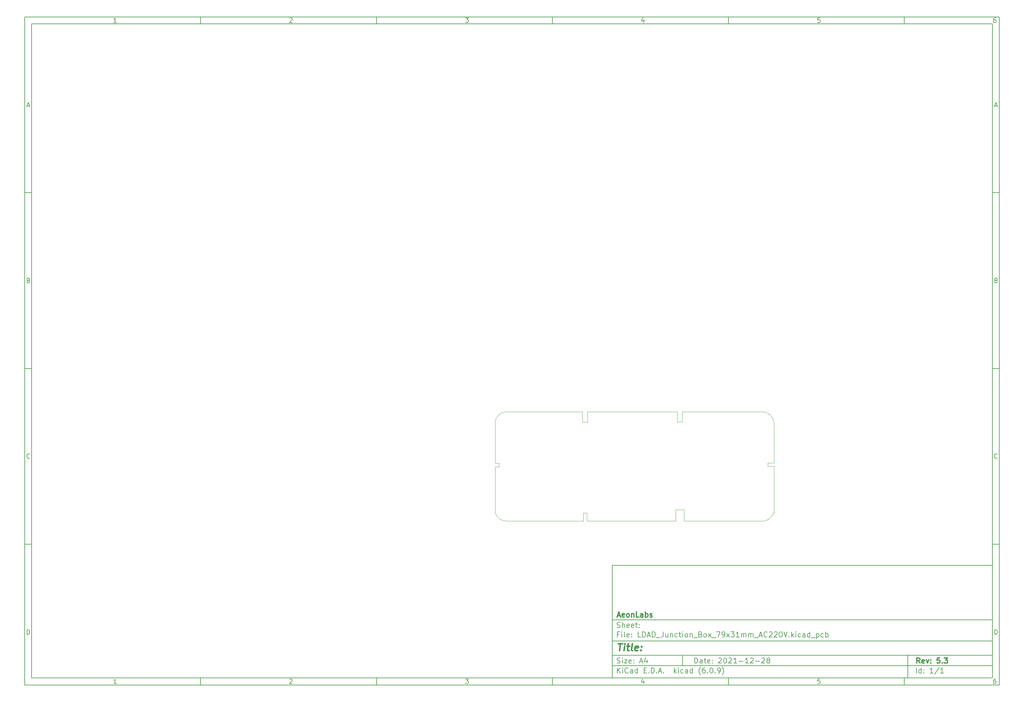
<source format=gbr>
G04 #@! TF.GenerationSoftware,KiCad,Pcbnew,(6.0.9)*
G04 #@! TF.CreationDate,2022-11-26T17:41:20+01:00*
G04 #@! TF.ProjectId,LDAD_Junction_Box_79x31mm_AC220V,4c444144-5f4a-4756-9e63-74696f6e5f42,5.3*
G04 #@! TF.SameCoordinates,Original*
G04 #@! TF.FileFunction,Profile,NP*
%FSLAX46Y46*%
G04 Gerber Fmt 4.6, Leading zero omitted, Abs format (unit mm)*
G04 Created by KiCad (PCBNEW (6.0.9)) date 2022-11-26 17:41:20*
%MOMM*%
%LPD*%
G01*
G04 APERTURE LIST*
%ADD10C,0.100000*%
%ADD11C,0.150000*%
%ADD12C,0.300000*%
%ADD13C,0.400000*%
G04 #@! TA.AperFunction,Profile*
%ADD14C,0.120000*%
G04 #@! TD*
G04 APERTURE END LIST*
D10*
D11*
X177002200Y-166007200D02*
X177002200Y-198007200D01*
X285002200Y-198007200D01*
X285002200Y-166007200D01*
X177002200Y-166007200D01*
D10*
D11*
X10000000Y-10000000D02*
X10000000Y-200007200D01*
X287002200Y-200007200D01*
X287002200Y-10000000D01*
X10000000Y-10000000D01*
D10*
D11*
X12000000Y-12000000D02*
X12000000Y-198007200D01*
X285002200Y-198007200D01*
X285002200Y-12000000D01*
X12000000Y-12000000D01*
D10*
D11*
X60000000Y-12000000D02*
X60000000Y-10000000D01*
D10*
D11*
X110000000Y-12000000D02*
X110000000Y-10000000D01*
D10*
D11*
X160000000Y-12000000D02*
X160000000Y-10000000D01*
D10*
D11*
X210000000Y-12000000D02*
X210000000Y-10000000D01*
D10*
D11*
X260000000Y-12000000D02*
X260000000Y-10000000D01*
D10*
D11*
X36065476Y-11588095D02*
X35322619Y-11588095D01*
X35694047Y-11588095D02*
X35694047Y-10288095D01*
X35570238Y-10473809D01*
X35446428Y-10597619D01*
X35322619Y-10659523D01*
D10*
D11*
X85322619Y-10411904D02*
X85384523Y-10350000D01*
X85508333Y-10288095D01*
X85817857Y-10288095D01*
X85941666Y-10350000D01*
X86003571Y-10411904D01*
X86065476Y-10535714D01*
X86065476Y-10659523D01*
X86003571Y-10845238D01*
X85260714Y-11588095D01*
X86065476Y-11588095D01*
D10*
D11*
X135260714Y-10288095D02*
X136065476Y-10288095D01*
X135632142Y-10783333D01*
X135817857Y-10783333D01*
X135941666Y-10845238D01*
X136003571Y-10907142D01*
X136065476Y-11030952D01*
X136065476Y-11340476D01*
X136003571Y-11464285D01*
X135941666Y-11526190D01*
X135817857Y-11588095D01*
X135446428Y-11588095D01*
X135322619Y-11526190D01*
X135260714Y-11464285D01*
D10*
D11*
X185941666Y-10721428D02*
X185941666Y-11588095D01*
X185632142Y-10226190D02*
X185322619Y-11154761D01*
X186127380Y-11154761D01*
D10*
D11*
X236003571Y-10288095D02*
X235384523Y-10288095D01*
X235322619Y-10907142D01*
X235384523Y-10845238D01*
X235508333Y-10783333D01*
X235817857Y-10783333D01*
X235941666Y-10845238D01*
X236003571Y-10907142D01*
X236065476Y-11030952D01*
X236065476Y-11340476D01*
X236003571Y-11464285D01*
X235941666Y-11526190D01*
X235817857Y-11588095D01*
X235508333Y-11588095D01*
X235384523Y-11526190D01*
X235322619Y-11464285D01*
D10*
D11*
X285941666Y-10288095D02*
X285694047Y-10288095D01*
X285570238Y-10350000D01*
X285508333Y-10411904D01*
X285384523Y-10597619D01*
X285322619Y-10845238D01*
X285322619Y-11340476D01*
X285384523Y-11464285D01*
X285446428Y-11526190D01*
X285570238Y-11588095D01*
X285817857Y-11588095D01*
X285941666Y-11526190D01*
X286003571Y-11464285D01*
X286065476Y-11340476D01*
X286065476Y-11030952D01*
X286003571Y-10907142D01*
X285941666Y-10845238D01*
X285817857Y-10783333D01*
X285570238Y-10783333D01*
X285446428Y-10845238D01*
X285384523Y-10907142D01*
X285322619Y-11030952D01*
D10*
D11*
X60000000Y-198007200D02*
X60000000Y-200007200D01*
D10*
D11*
X110000000Y-198007200D02*
X110000000Y-200007200D01*
D10*
D11*
X160000000Y-198007200D02*
X160000000Y-200007200D01*
D10*
D11*
X210000000Y-198007200D02*
X210000000Y-200007200D01*
D10*
D11*
X260000000Y-198007200D02*
X260000000Y-200007200D01*
D10*
D11*
X36065476Y-199595295D02*
X35322619Y-199595295D01*
X35694047Y-199595295D02*
X35694047Y-198295295D01*
X35570238Y-198481009D01*
X35446428Y-198604819D01*
X35322619Y-198666723D01*
D10*
D11*
X85322619Y-198419104D02*
X85384523Y-198357200D01*
X85508333Y-198295295D01*
X85817857Y-198295295D01*
X85941666Y-198357200D01*
X86003571Y-198419104D01*
X86065476Y-198542914D01*
X86065476Y-198666723D01*
X86003571Y-198852438D01*
X85260714Y-199595295D01*
X86065476Y-199595295D01*
D10*
D11*
X135260714Y-198295295D02*
X136065476Y-198295295D01*
X135632142Y-198790533D01*
X135817857Y-198790533D01*
X135941666Y-198852438D01*
X136003571Y-198914342D01*
X136065476Y-199038152D01*
X136065476Y-199347676D01*
X136003571Y-199471485D01*
X135941666Y-199533390D01*
X135817857Y-199595295D01*
X135446428Y-199595295D01*
X135322619Y-199533390D01*
X135260714Y-199471485D01*
D10*
D11*
X185941666Y-198728628D02*
X185941666Y-199595295D01*
X185632142Y-198233390D02*
X185322619Y-199161961D01*
X186127380Y-199161961D01*
D10*
D11*
X236003571Y-198295295D02*
X235384523Y-198295295D01*
X235322619Y-198914342D01*
X235384523Y-198852438D01*
X235508333Y-198790533D01*
X235817857Y-198790533D01*
X235941666Y-198852438D01*
X236003571Y-198914342D01*
X236065476Y-199038152D01*
X236065476Y-199347676D01*
X236003571Y-199471485D01*
X235941666Y-199533390D01*
X235817857Y-199595295D01*
X235508333Y-199595295D01*
X235384523Y-199533390D01*
X235322619Y-199471485D01*
D10*
D11*
X285941666Y-198295295D02*
X285694047Y-198295295D01*
X285570238Y-198357200D01*
X285508333Y-198419104D01*
X285384523Y-198604819D01*
X285322619Y-198852438D01*
X285322619Y-199347676D01*
X285384523Y-199471485D01*
X285446428Y-199533390D01*
X285570238Y-199595295D01*
X285817857Y-199595295D01*
X285941666Y-199533390D01*
X286003571Y-199471485D01*
X286065476Y-199347676D01*
X286065476Y-199038152D01*
X286003571Y-198914342D01*
X285941666Y-198852438D01*
X285817857Y-198790533D01*
X285570238Y-198790533D01*
X285446428Y-198852438D01*
X285384523Y-198914342D01*
X285322619Y-199038152D01*
D10*
D11*
X10000000Y-60000000D02*
X12000000Y-60000000D01*
D10*
D11*
X10000000Y-110000000D02*
X12000000Y-110000000D01*
D10*
D11*
X10000000Y-160000000D02*
X12000000Y-160000000D01*
D10*
D11*
X10690476Y-35216666D02*
X11309523Y-35216666D01*
X10566666Y-35588095D02*
X11000000Y-34288095D01*
X11433333Y-35588095D01*
D10*
D11*
X11092857Y-84907142D02*
X11278571Y-84969047D01*
X11340476Y-85030952D01*
X11402380Y-85154761D01*
X11402380Y-85340476D01*
X11340476Y-85464285D01*
X11278571Y-85526190D01*
X11154761Y-85588095D01*
X10659523Y-85588095D01*
X10659523Y-84288095D01*
X11092857Y-84288095D01*
X11216666Y-84350000D01*
X11278571Y-84411904D01*
X11340476Y-84535714D01*
X11340476Y-84659523D01*
X11278571Y-84783333D01*
X11216666Y-84845238D01*
X11092857Y-84907142D01*
X10659523Y-84907142D01*
D10*
D11*
X11402380Y-135464285D02*
X11340476Y-135526190D01*
X11154761Y-135588095D01*
X11030952Y-135588095D01*
X10845238Y-135526190D01*
X10721428Y-135402380D01*
X10659523Y-135278571D01*
X10597619Y-135030952D01*
X10597619Y-134845238D01*
X10659523Y-134597619D01*
X10721428Y-134473809D01*
X10845238Y-134350000D01*
X11030952Y-134288095D01*
X11154761Y-134288095D01*
X11340476Y-134350000D01*
X11402380Y-134411904D01*
D10*
D11*
X10659523Y-185588095D02*
X10659523Y-184288095D01*
X10969047Y-184288095D01*
X11154761Y-184350000D01*
X11278571Y-184473809D01*
X11340476Y-184597619D01*
X11402380Y-184845238D01*
X11402380Y-185030952D01*
X11340476Y-185278571D01*
X11278571Y-185402380D01*
X11154761Y-185526190D01*
X10969047Y-185588095D01*
X10659523Y-185588095D01*
D10*
D11*
X287002200Y-60000000D02*
X285002200Y-60000000D01*
D10*
D11*
X287002200Y-110000000D02*
X285002200Y-110000000D01*
D10*
D11*
X287002200Y-160000000D02*
X285002200Y-160000000D01*
D10*
D11*
X285692676Y-35216666D02*
X286311723Y-35216666D01*
X285568866Y-35588095D02*
X286002200Y-34288095D01*
X286435533Y-35588095D01*
D10*
D11*
X286095057Y-84907142D02*
X286280771Y-84969047D01*
X286342676Y-85030952D01*
X286404580Y-85154761D01*
X286404580Y-85340476D01*
X286342676Y-85464285D01*
X286280771Y-85526190D01*
X286156961Y-85588095D01*
X285661723Y-85588095D01*
X285661723Y-84288095D01*
X286095057Y-84288095D01*
X286218866Y-84350000D01*
X286280771Y-84411904D01*
X286342676Y-84535714D01*
X286342676Y-84659523D01*
X286280771Y-84783333D01*
X286218866Y-84845238D01*
X286095057Y-84907142D01*
X285661723Y-84907142D01*
D10*
D11*
X286404580Y-135464285D02*
X286342676Y-135526190D01*
X286156961Y-135588095D01*
X286033152Y-135588095D01*
X285847438Y-135526190D01*
X285723628Y-135402380D01*
X285661723Y-135278571D01*
X285599819Y-135030952D01*
X285599819Y-134845238D01*
X285661723Y-134597619D01*
X285723628Y-134473809D01*
X285847438Y-134350000D01*
X286033152Y-134288095D01*
X286156961Y-134288095D01*
X286342676Y-134350000D01*
X286404580Y-134411904D01*
D10*
D11*
X285661723Y-185588095D02*
X285661723Y-184288095D01*
X285971247Y-184288095D01*
X286156961Y-184350000D01*
X286280771Y-184473809D01*
X286342676Y-184597619D01*
X286404580Y-184845238D01*
X286404580Y-185030952D01*
X286342676Y-185278571D01*
X286280771Y-185402380D01*
X286156961Y-185526190D01*
X285971247Y-185588095D01*
X285661723Y-185588095D01*
D10*
D11*
X200434342Y-193785771D02*
X200434342Y-192285771D01*
X200791485Y-192285771D01*
X201005771Y-192357200D01*
X201148628Y-192500057D01*
X201220057Y-192642914D01*
X201291485Y-192928628D01*
X201291485Y-193142914D01*
X201220057Y-193428628D01*
X201148628Y-193571485D01*
X201005771Y-193714342D01*
X200791485Y-193785771D01*
X200434342Y-193785771D01*
X202577200Y-193785771D02*
X202577200Y-193000057D01*
X202505771Y-192857200D01*
X202362914Y-192785771D01*
X202077200Y-192785771D01*
X201934342Y-192857200D01*
X202577200Y-193714342D02*
X202434342Y-193785771D01*
X202077200Y-193785771D01*
X201934342Y-193714342D01*
X201862914Y-193571485D01*
X201862914Y-193428628D01*
X201934342Y-193285771D01*
X202077200Y-193214342D01*
X202434342Y-193214342D01*
X202577200Y-193142914D01*
X203077200Y-192785771D02*
X203648628Y-192785771D01*
X203291485Y-192285771D02*
X203291485Y-193571485D01*
X203362914Y-193714342D01*
X203505771Y-193785771D01*
X203648628Y-193785771D01*
X204720057Y-193714342D02*
X204577200Y-193785771D01*
X204291485Y-193785771D01*
X204148628Y-193714342D01*
X204077200Y-193571485D01*
X204077200Y-193000057D01*
X204148628Y-192857200D01*
X204291485Y-192785771D01*
X204577200Y-192785771D01*
X204720057Y-192857200D01*
X204791485Y-193000057D01*
X204791485Y-193142914D01*
X204077200Y-193285771D01*
X205434342Y-193642914D02*
X205505771Y-193714342D01*
X205434342Y-193785771D01*
X205362914Y-193714342D01*
X205434342Y-193642914D01*
X205434342Y-193785771D01*
X205434342Y-192857200D02*
X205505771Y-192928628D01*
X205434342Y-193000057D01*
X205362914Y-192928628D01*
X205434342Y-192857200D01*
X205434342Y-193000057D01*
X207220057Y-192428628D02*
X207291485Y-192357200D01*
X207434342Y-192285771D01*
X207791485Y-192285771D01*
X207934342Y-192357200D01*
X208005771Y-192428628D01*
X208077200Y-192571485D01*
X208077200Y-192714342D01*
X208005771Y-192928628D01*
X207148628Y-193785771D01*
X208077200Y-193785771D01*
X209005771Y-192285771D02*
X209148628Y-192285771D01*
X209291485Y-192357200D01*
X209362914Y-192428628D01*
X209434342Y-192571485D01*
X209505771Y-192857200D01*
X209505771Y-193214342D01*
X209434342Y-193500057D01*
X209362914Y-193642914D01*
X209291485Y-193714342D01*
X209148628Y-193785771D01*
X209005771Y-193785771D01*
X208862914Y-193714342D01*
X208791485Y-193642914D01*
X208720057Y-193500057D01*
X208648628Y-193214342D01*
X208648628Y-192857200D01*
X208720057Y-192571485D01*
X208791485Y-192428628D01*
X208862914Y-192357200D01*
X209005771Y-192285771D01*
X210077200Y-192428628D02*
X210148628Y-192357200D01*
X210291485Y-192285771D01*
X210648628Y-192285771D01*
X210791485Y-192357200D01*
X210862914Y-192428628D01*
X210934342Y-192571485D01*
X210934342Y-192714342D01*
X210862914Y-192928628D01*
X210005771Y-193785771D01*
X210934342Y-193785771D01*
X212362914Y-193785771D02*
X211505771Y-193785771D01*
X211934342Y-193785771D02*
X211934342Y-192285771D01*
X211791485Y-192500057D01*
X211648628Y-192642914D01*
X211505771Y-192714342D01*
X213005771Y-193214342D02*
X214148628Y-193214342D01*
X215648628Y-193785771D02*
X214791485Y-193785771D01*
X215220057Y-193785771D02*
X215220057Y-192285771D01*
X215077200Y-192500057D01*
X214934342Y-192642914D01*
X214791485Y-192714342D01*
X216220057Y-192428628D02*
X216291485Y-192357200D01*
X216434342Y-192285771D01*
X216791485Y-192285771D01*
X216934342Y-192357200D01*
X217005771Y-192428628D01*
X217077200Y-192571485D01*
X217077200Y-192714342D01*
X217005771Y-192928628D01*
X216148628Y-193785771D01*
X217077200Y-193785771D01*
X217720057Y-193214342D02*
X218862914Y-193214342D01*
X219505771Y-192428628D02*
X219577200Y-192357200D01*
X219720057Y-192285771D01*
X220077200Y-192285771D01*
X220220057Y-192357200D01*
X220291485Y-192428628D01*
X220362914Y-192571485D01*
X220362914Y-192714342D01*
X220291485Y-192928628D01*
X219434342Y-193785771D01*
X220362914Y-193785771D01*
X221220057Y-192928628D02*
X221077200Y-192857200D01*
X221005771Y-192785771D01*
X220934342Y-192642914D01*
X220934342Y-192571485D01*
X221005771Y-192428628D01*
X221077200Y-192357200D01*
X221220057Y-192285771D01*
X221505771Y-192285771D01*
X221648628Y-192357200D01*
X221720057Y-192428628D01*
X221791485Y-192571485D01*
X221791485Y-192642914D01*
X221720057Y-192785771D01*
X221648628Y-192857200D01*
X221505771Y-192928628D01*
X221220057Y-192928628D01*
X221077200Y-193000057D01*
X221005771Y-193071485D01*
X220934342Y-193214342D01*
X220934342Y-193500057D01*
X221005771Y-193642914D01*
X221077200Y-193714342D01*
X221220057Y-193785771D01*
X221505771Y-193785771D01*
X221648628Y-193714342D01*
X221720057Y-193642914D01*
X221791485Y-193500057D01*
X221791485Y-193214342D01*
X221720057Y-193071485D01*
X221648628Y-193000057D01*
X221505771Y-192928628D01*
D10*
D11*
X177002200Y-194507200D02*
X285002200Y-194507200D01*
D10*
D11*
X178434342Y-196585771D02*
X178434342Y-195085771D01*
X179291485Y-196585771D02*
X178648628Y-195728628D01*
X179291485Y-195085771D02*
X178434342Y-195942914D01*
X179934342Y-196585771D02*
X179934342Y-195585771D01*
X179934342Y-195085771D02*
X179862914Y-195157200D01*
X179934342Y-195228628D01*
X180005771Y-195157200D01*
X179934342Y-195085771D01*
X179934342Y-195228628D01*
X181505771Y-196442914D02*
X181434342Y-196514342D01*
X181220057Y-196585771D01*
X181077200Y-196585771D01*
X180862914Y-196514342D01*
X180720057Y-196371485D01*
X180648628Y-196228628D01*
X180577200Y-195942914D01*
X180577200Y-195728628D01*
X180648628Y-195442914D01*
X180720057Y-195300057D01*
X180862914Y-195157200D01*
X181077200Y-195085771D01*
X181220057Y-195085771D01*
X181434342Y-195157200D01*
X181505771Y-195228628D01*
X182791485Y-196585771D02*
X182791485Y-195800057D01*
X182720057Y-195657200D01*
X182577200Y-195585771D01*
X182291485Y-195585771D01*
X182148628Y-195657200D01*
X182791485Y-196514342D02*
X182648628Y-196585771D01*
X182291485Y-196585771D01*
X182148628Y-196514342D01*
X182077200Y-196371485D01*
X182077200Y-196228628D01*
X182148628Y-196085771D01*
X182291485Y-196014342D01*
X182648628Y-196014342D01*
X182791485Y-195942914D01*
X184148628Y-196585771D02*
X184148628Y-195085771D01*
X184148628Y-196514342D02*
X184005771Y-196585771D01*
X183720057Y-196585771D01*
X183577200Y-196514342D01*
X183505771Y-196442914D01*
X183434342Y-196300057D01*
X183434342Y-195871485D01*
X183505771Y-195728628D01*
X183577200Y-195657200D01*
X183720057Y-195585771D01*
X184005771Y-195585771D01*
X184148628Y-195657200D01*
X186005771Y-195800057D02*
X186505771Y-195800057D01*
X186720057Y-196585771D02*
X186005771Y-196585771D01*
X186005771Y-195085771D01*
X186720057Y-195085771D01*
X187362914Y-196442914D02*
X187434342Y-196514342D01*
X187362914Y-196585771D01*
X187291485Y-196514342D01*
X187362914Y-196442914D01*
X187362914Y-196585771D01*
X188077200Y-196585771D02*
X188077200Y-195085771D01*
X188434342Y-195085771D01*
X188648628Y-195157200D01*
X188791485Y-195300057D01*
X188862914Y-195442914D01*
X188934342Y-195728628D01*
X188934342Y-195942914D01*
X188862914Y-196228628D01*
X188791485Y-196371485D01*
X188648628Y-196514342D01*
X188434342Y-196585771D01*
X188077200Y-196585771D01*
X189577200Y-196442914D02*
X189648628Y-196514342D01*
X189577200Y-196585771D01*
X189505771Y-196514342D01*
X189577200Y-196442914D01*
X189577200Y-196585771D01*
X190220057Y-196157200D02*
X190934342Y-196157200D01*
X190077200Y-196585771D02*
X190577200Y-195085771D01*
X191077200Y-196585771D01*
X191577200Y-196442914D02*
X191648628Y-196514342D01*
X191577200Y-196585771D01*
X191505771Y-196514342D01*
X191577200Y-196442914D01*
X191577200Y-196585771D01*
X194577200Y-196585771D02*
X194577200Y-195085771D01*
X194720057Y-196014342D02*
X195148628Y-196585771D01*
X195148628Y-195585771D02*
X194577200Y-196157200D01*
X195791485Y-196585771D02*
X195791485Y-195585771D01*
X195791485Y-195085771D02*
X195720057Y-195157200D01*
X195791485Y-195228628D01*
X195862914Y-195157200D01*
X195791485Y-195085771D01*
X195791485Y-195228628D01*
X197148628Y-196514342D02*
X197005771Y-196585771D01*
X196720057Y-196585771D01*
X196577200Y-196514342D01*
X196505771Y-196442914D01*
X196434342Y-196300057D01*
X196434342Y-195871485D01*
X196505771Y-195728628D01*
X196577200Y-195657200D01*
X196720057Y-195585771D01*
X197005771Y-195585771D01*
X197148628Y-195657200D01*
X198434342Y-196585771D02*
X198434342Y-195800057D01*
X198362914Y-195657200D01*
X198220057Y-195585771D01*
X197934342Y-195585771D01*
X197791485Y-195657200D01*
X198434342Y-196514342D02*
X198291485Y-196585771D01*
X197934342Y-196585771D01*
X197791485Y-196514342D01*
X197720057Y-196371485D01*
X197720057Y-196228628D01*
X197791485Y-196085771D01*
X197934342Y-196014342D01*
X198291485Y-196014342D01*
X198434342Y-195942914D01*
X199791485Y-196585771D02*
X199791485Y-195085771D01*
X199791485Y-196514342D02*
X199648628Y-196585771D01*
X199362914Y-196585771D01*
X199220057Y-196514342D01*
X199148628Y-196442914D01*
X199077200Y-196300057D01*
X199077200Y-195871485D01*
X199148628Y-195728628D01*
X199220057Y-195657200D01*
X199362914Y-195585771D01*
X199648628Y-195585771D01*
X199791485Y-195657200D01*
X202077200Y-197157200D02*
X202005771Y-197085771D01*
X201862914Y-196871485D01*
X201791485Y-196728628D01*
X201720057Y-196514342D01*
X201648628Y-196157200D01*
X201648628Y-195871485D01*
X201720057Y-195514342D01*
X201791485Y-195300057D01*
X201862914Y-195157200D01*
X202005771Y-194942914D01*
X202077200Y-194871485D01*
X203291485Y-195085771D02*
X203005771Y-195085771D01*
X202862914Y-195157200D01*
X202791485Y-195228628D01*
X202648628Y-195442914D01*
X202577200Y-195728628D01*
X202577200Y-196300057D01*
X202648628Y-196442914D01*
X202720057Y-196514342D01*
X202862914Y-196585771D01*
X203148628Y-196585771D01*
X203291485Y-196514342D01*
X203362914Y-196442914D01*
X203434342Y-196300057D01*
X203434342Y-195942914D01*
X203362914Y-195800057D01*
X203291485Y-195728628D01*
X203148628Y-195657200D01*
X202862914Y-195657200D01*
X202720057Y-195728628D01*
X202648628Y-195800057D01*
X202577200Y-195942914D01*
X204077200Y-196442914D02*
X204148628Y-196514342D01*
X204077200Y-196585771D01*
X204005771Y-196514342D01*
X204077200Y-196442914D01*
X204077200Y-196585771D01*
X205077200Y-195085771D02*
X205220057Y-195085771D01*
X205362914Y-195157200D01*
X205434342Y-195228628D01*
X205505771Y-195371485D01*
X205577200Y-195657200D01*
X205577200Y-196014342D01*
X205505771Y-196300057D01*
X205434342Y-196442914D01*
X205362914Y-196514342D01*
X205220057Y-196585771D01*
X205077200Y-196585771D01*
X204934342Y-196514342D01*
X204862914Y-196442914D01*
X204791485Y-196300057D01*
X204720057Y-196014342D01*
X204720057Y-195657200D01*
X204791485Y-195371485D01*
X204862914Y-195228628D01*
X204934342Y-195157200D01*
X205077200Y-195085771D01*
X206220057Y-196442914D02*
X206291485Y-196514342D01*
X206220057Y-196585771D01*
X206148628Y-196514342D01*
X206220057Y-196442914D01*
X206220057Y-196585771D01*
X207005771Y-196585771D02*
X207291485Y-196585771D01*
X207434342Y-196514342D01*
X207505771Y-196442914D01*
X207648628Y-196228628D01*
X207720057Y-195942914D01*
X207720057Y-195371485D01*
X207648628Y-195228628D01*
X207577200Y-195157200D01*
X207434342Y-195085771D01*
X207148628Y-195085771D01*
X207005771Y-195157200D01*
X206934342Y-195228628D01*
X206862914Y-195371485D01*
X206862914Y-195728628D01*
X206934342Y-195871485D01*
X207005771Y-195942914D01*
X207148628Y-196014342D01*
X207434342Y-196014342D01*
X207577200Y-195942914D01*
X207648628Y-195871485D01*
X207720057Y-195728628D01*
X208220057Y-197157200D02*
X208291485Y-197085771D01*
X208434342Y-196871485D01*
X208505771Y-196728628D01*
X208577200Y-196514342D01*
X208648628Y-196157200D01*
X208648628Y-195871485D01*
X208577200Y-195514342D01*
X208505771Y-195300057D01*
X208434342Y-195157200D01*
X208291485Y-194942914D01*
X208220057Y-194871485D01*
D10*
D11*
X177002200Y-191507200D02*
X285002200Y-191507200D01*
D10*
D12*
X264411485Y-193785771D02*
X263911485Y-193071485D01*
X263554342Y-193785771D02*
X263554342Y-192285771D01*
X264125771Y-192285771D01*
X264268628Y-192357200D01*
X264340057Y-192428628D01*
X264411485Y-192571485D01*
X264411485Y-192785771D01*
X264340057Y-192928628D01*
X264268628Y-193000057D01*
X264125771Y-193071485D01*
X263554342Y-193071485D01*
X265625771Y-193714342D02*
X265482914Y-193785771D01*
X265197200Y-193785771D01*
X265054342Y-193714342D01*
X264982914Y-193571485D01*
X264982914Y-193000057D01*
X265054342Y-192857200D01*
X265197200Y-192785771D01*
X265482914Y-192785771D01*
X265625771Y-192857200D01*
X265697200Y-193000057D01*
X265697200Y-193142914D01*
X264982914Y-193285771D01*
X266197200Y-192785771D02*
X266554342Y-193785771D01*
X266911485Y-192785771D01*
X267482914Y-193642914D02*
X267554342Y-193714342D01*
X267482914Y-193785771D01*
X267411485Y-193714342D01*
X267482914Y-193642914D01*
X267482914Y-193785771D01*
X267482914Y-192857200D02*
X267554342Y-192928628D01*
X267482914Y-193000057D01*
X267411485Y-192928628D01*
X267482914Y-192857200D01*
X267482914Y-193000057D01*
X270054342Y-192285771D02*
X269340057Y-192285771D01*
X269268628Y-193000057D01*
X269340057Y-192928628D01*
X269482914Y-192857200D01*
X269840057Y-192857200D01*
X269982914Y-192928628D01*
X270054342Y-193000057D01*
X270125771Y-193142914D01*
X270125771Y-193500057D01*
X270054342Y-193642914D01*
X269982914Y-193714342D01*
X269840057Y-193785771D01*
X269482914Y-193785771D01*
X269340057Y-193714342D01*
X269268628Y-193642914D01*
X270768628Y-193642914D02*
X270840057Y-193714342D01*
X270768628Y-193785771D01*
X270697200Y-193714342D01*
X270768628Y-193642914D01*
X270768628Y-193785771D01*
X271340057Y-192285771D02*
X272268628Y-192285771D01*
X271768628Y-192857200D01*
X271982914Y-192857200D01*
X272125771Y-192928628D01*
X272197200Y-193000057D01*
X272268628Y-193142914D01*
X272268628Y-193500057D01*
X272197200Y-193642914D01*
X272125771Y-193714342D01*
X271982914Y-193785771D01*
X271554342Y-193785771D01*
X271411485Y-193714342D01*
X271340057Y-193642914D01*
D10*
D11*
X178362914Y-193714342D02*
X178577200Y-193785771D01*
X178934342Y-193785771D01*
X179077200Y-193714342D01*
X179148628Y-193642914D01*
X179220057Y-193500057D01*
X179220057Y-193357200D01*
X179148628Y-193214342D01*
X179077200Y-193142914D01*
X178934342Y-193071485D01*
X178648628Y-193000057D01*
X178505771Y-192928628D01*
X178434342Y-192857200D01*
X178362914Y-192714342D01*
X178362914Y-192571485D01*
X178434342Y-192428628D01*
X178505771Y-192357200D01*
X178648628Y-192285771D01*
X179005771Y-192285771D01*
X179220057Y-192357200D01*
X179862914Y-193785771D02*
X179862914Y-192785771D01*
X179862914Y-192285771D02*
X179791485Y-192357200D01*
X179862914Y-192428628D01*
X179934342Y-192357200D01*
X179862914Y-192285771D01*
X179862914Y-192428628D01*
X180434342Y-192785771D02*
X181220057Y-192785771D01*
X180434342Y-193785771D01*
X181220057Y-193785771D01*
X182362914Y-193714342D02*
X182220057Y-193785771D01*
X181934342Y-193785771D01*
X181791485Y-193714342D01*
X181720057Y-193571485D01*
X181720057Y-193000057D01*
X181791485Y-192857200D01*
X181934342Y-192785771D01*
X182220057Y-192785771D01*
X182362914Y-192857200D01*
X182434342Y-193000057D01*
X182434342Y-193142914D01*
X181720057Y-193285771D01*
X183077200Y-193642914D02*
X183148628Y-193714342D01*
X183077200Y-193785771D01*
X183005771Y-193714342D01*
X183077200Y-193642914D01*
X183077200Y-193785771D01*
X183077200Y-192857200D02*
X183148628Y-192928628D01*
X183077200Y-193000057D01*
X183005771Y-192928628D01*
X183077200Y-192857200D01*
X183077200Y-193000057D01*
X184862914Y-193357200D02*
X185577200Y-193357200D01*
X184720057Y-193785771D02*
X185220057Y-192285771D01*
X185720057Y-193785771D01*
X186862914Y-192785771D02*
X186862914Y-193785771D01*
X186505771Y-192214342D02*
X186148628Y-193285771D01*
X187077200Y-193285771D01*
D10*
D11*
X263434342Y-196585771D02*
X263434342Y-195085771D01*
X264791485Y-196585771D02*
X264791485Y-195085771D01*
X264791485Y-196514342D02*
X264648628Y-196585771D01*
X264362914Y-196585771D01*
X264220057Y-196514342D01*
X264148628Y-196442914D01*
X264077200Y-196300057D01*
X264077200Y-195871485D01*
X264148628Y-195728628D01*
X264220057Y-195657200D01*
X264362914Y-195585771D01*
X264648628Y-195585771D01*
X264791485Y-195657200D01*
X265505771Y-196442914D02*
X265577200Y-196514342D01*
X265505771Y-196585771D01*
X265434342Y-196514342D01*
X265505771Y-196442914D01*
X265505771Y-196585771D01*
X265505771Y-195657200D02*
X265577200Y-195728628D01*
X265505771Y-195800057D01*
X265434342Y-195728628D01*
X265505771Y-195657200D01*
X265505771Y-195800057D01*
X268148628Y-196585771D02*
X267291485Y-196585771D01*
X267720057Y-196585771D02*
X267720057Y-195085771D01*
X267577200Y-195300057D01*
X267434342Y-195442914D01*
X267291485Y-195514342D01*
X269862914Y-195014342D02*
X268577200Y-196942914D01*
X271148628Y-196585771D02*
X270291485Y-196585771D01*
X270720057Y-196585771D02*
X270720057Y-195085771D01*
X270577200Y-195300057D01*
X270434342Y-195442914D01*
X270291485Y-195514342D01*
D10*
D11*
X177002200Y-187507200D02*
X285002200Y-187507200D01*
D10*
D13*
X178714580Y-188211961D02*
X179857438Y-188211961D01*
X179036009Y-190211961D02*
X179286009Y-188211961D01*
X180274104Y-190211961D02*
X180440771Y-188878628D01*
X180524104Y-188211961D02*
X180416961Y-188307200D01*
X180500295Y-188402438D01*
X180607438Y-188307200D01*
X180524104Y-188211961D01*
X180500295Y-188402438D01*
X181107438Y-188878628D02*
X181869342Y-188878628D01*
X181476485Y-188211961D02*
X181262200Y-189926247D01*
X181333628Y-190116723D01*
X181512200Y-190211961D01*
X181702676Y-190211961D01*
X182655057Y-190211961D02*
X182476485Y-190116723D01*
X182405057Y-189926247D01*
X182619342Y-188211961D01*
X184190771Y-190116723D02*
X183988390Y-190211961D01*
X183607438Y-190211961D01*
X183428866Y-190116723D01*
X183357438Y-189926247D01*
X183452676Y-189164342D01*
X183571723Y-188973866D01*
X183774104Y-188878628D01*
X184155057Y-188878628D01*
X184333628Y-188973866D01*
X184405057Y-189164342D01*
X184381247Y-189354819D01*
X183405057Y-189545295D01*
X185155057Y-190021485D02*
X185238390Y-190116723D01*
X185131247Y-190211961D01*
X185047914Y-190116723D01*
X185155057Y-190021485D01*
X185131247Y-190211961D01*
X185286009Y-188973866D02*
X185369342Y-189069104D01*
X185262200Y-189164342D01*
X185178866Y-189069104D01*
X185286009Y-188973866D01*
X185262200Y-189164342D01*
D10*
D11*
X178934342Y-185600057D02*
X178434342Y-185600057D01*
X178434342Y-186385771D02*
X178434342Y-184885771D01*
X179148628Y-184885771D01*
X179720057Y-186385771D02*
X179720057Y-185385771D01*
X179720057Y-184885771D02*
X179648628Y-184957200D01*
X179720057Y-185028628D01*
X179791485Y-184957200D01*
X179720057Y-184885771D01*
X179720057Y-185028628D01*
X180648628Y-186385771D02*
X180505771Y-186314342D01*
X180434342Y-186171485D01*
X180434342Y-184885771D01*
X181791485Y-186314342D02*
X181648628Y-186385771D01*
X181362914Y-186385771D01*
X181220057Y-186314342D01*
X181148628Y-186171485D01*
X181148628Y-185600057D01*
X181220057Y-185457200D01*
X181362914Y-185385771D01*
X181648628Y-185385771D01*
X181791485Y-185457200D01*
X181862914Y-185600057D01*
X181862914Y-185742914D01*
X181148628Y-185885771D01*
X182505771Y-186242914D02*
X182577200Y-186314342D01*
X182505771Y-186385771D01*
X182434342Y-186314342D01*
X182505771Y-186242914D01*
X182505771Y-186385771D01*
X182505771Y-185457200D02*
X182577200Y-185528628D01*
X182505771Y-185600057D01*
X182434342Y-185528628D01*
X182505771Y-185457200D01*
X182505771Y-185600057D01*
X185077200Y-186385771D02*
X184362914Y-186385771D01*
X184362914Y-184885771D01*
X185577200Y-186385771D02*
X185577200Y-184885771D01*
X185934342Y-184885771D01*
X186148628Y-184957200D01*
X186291485Y-185100057D01*
X186362914Y-185242914D01*
X186434342Y-185528628D01*
X186434342Y-185742914D01*
X186362914Y-186028628D01*
X186291485Y-186171485D01*
X186148628Y-186314342D01*
X185934342Y-186385771D01*
X185577200Y-186385771D01*
X187005771Y-185957200D02*
X187720057Y-185957200D01*
X186862914Y-186385771D02*
X187362914Y-184885771D01*
X187862914Y-186385771D01*
X188362914Y-186385771D02*
X188362914Y-184885771D01*
X188720057Y-184885771D01*
X188934342Y-184957200D01*
X189077200Y-185100057D01*
X189148628Y-185242914D01*
X189220057Y-185528628D01*
X189220057Y-185742914D01*
X189148628Y-186028628D01*
X189077200Y-186171485D01*
X188934342Y-186314342D01*
X188720057Y-186385771D01*
X188362914Y-186385771D01*
X189505771Y-186528628D02*
X190648628Y-186528628D01*
X191434342Y-184885771D02*
X191434342Y-185957200D01*
X191362914Y-186171485D01*
X191220057Y-186314342D01*
X191005771Y-186385771D01*
X190862914Y-186385771D01*
X192791485Y-185385771D02*
X192791485Y-186385771D01*
X192148628Y-185385771D02*
X192148628Y-186171485D01*
X192220057Y-186314342D01*
X192362914Y-186385771D01*
X192577200Y-186385771D01*
X192720057Y-186314342D01*
X192791485Y-186242914D01*
X193505771Y-185385771D02*
X193505771Y-186385771D01*
X193505771Y-185528628D02*
X193577200Y-185457200D01*
X193720057Y-185385771D01*
X193934342Y-185385771D01*
X194077200Y-185457200D01*
X194148628Y-185600057D01*
X194148628Y-186385771D01*
X195505771Y-186314342D02*
X195362914Y-186385771D01*
X195077200Y-186385771D01*
X194934342Y-186314342D01*
X194862914Y-186242914D01*
X194791485Y-186100057D01*
X194791485Y-185671485D01*
X194862914Y-185528628D01*
X194934342Y-185457200D01*
X195077200Y-185385771D01*
X195362914Y-185385771D01*
X195505771Y-185457200D01*
X195934342Y-185385771D02*
X196505771Y-185385771D01*
X196148628Y-184885771D02*
X196148628Y-186171485D01*
X196220057Y-186314342D01*
X196362914Y-186385771D01*
X196505771Y-186385771D01*
X197005771Y-186385771D02*
X197005771Y-185385771D01*
X197005771Y-184885771D02*
X196934342Y-184957200D01*
X197005771Y-185028628D01*
X197077200Y-184957200D01*
X197005771Y-184885771D01*
X197005771Y-185028628D01*
X197934342Y-186385771D02*
X197791485Y-186314342D01*
X197720057Y-186242914D01*
X197648628Y-186100057D01*
X197648628Y-185671485D01*
X197720057Y-185528628D01*
X197791485Y-185457200D01*
X197934342Y-185385771D01*
X198148628Y-185385771D01*
X198291485Y-185457200D01*
X198362914Y-185528628D01*
X198434342Y-185671485D01*
X198434342Y-186100057D01*
X198362914Y-186242914D01*
X198291485Y-186314342D01*
X198148628Y-186385771D01*
X197934342Y-186385771D01*
X199077200Y-185385771D02*
X199077200Y-186385771D01*
X199077200Y-185528628D02*
X199148628Y-185457200D01*
X199291485Y-185385771D01*
X199505771Y-185385771D01*
X199648628Y-185457200D01*
X199720057Y-185600057D01*
X199720057Y-186385771D01*
X200077200Y-186528628D02*
X201220057Y-186528628D01*
X202077200Y-185600057D02*
X202291485Y-185671485D01*
X202362914Y-185742914D01*
X202434342Y-185885771D01*
X202434342Y-186100057D01*
X202362914Y-186242914D01*
X202291485Y-186314342D01*
X202148628Y-186385771D01*
X201577200Y-186385771D01*
X201577200Y-184885771D01*
X202077200Y-184885771D01*
X202220057Y-184957200D01*
X202291485Y-185028628D01*
X202362914Y-185171485D01*
X202362914Y-185314342D01*
X202291485Y-185457200D01*
X202220057Y-185528628D01*
X202077200Y-185600057D01*
X201577200Y-185600057D01*
X203291485Y-186385771D02*
X203148628Y-186314342D01*
X203077200Y-186242914D01*
X203005771Y-186100057D01*
X203005771Y-185671485D01*
X203077200Y-185528628D01*
X203148628Y-185457200D01*
X203291485Y-185385771D01*
X203505771Y-185385771D01*
X203648628Y-185457200D01*
X203720057Y-185528628D01*
X203791485Y-185671485D01*
X203791485Y-186100057D01*
X203720057Y-186242914D01*
X203648628Y-186314342D01*
X203505771Y-186385771D01*
X203291485Y-186385771D01*
X204291485Y-186385771D02*
X205077200Y-185385771D01*
X204291485Y-185385771D02*
X205077200Y-186385771D01*
X205291485Y-186528628D02*
X206434342Y-186528628D01*
X206648628Y-184885771D02*
X207648628Y-184885771D01*
X207005771Y-186385771D01*
X208291485Y-186385771D02*
X208577200Y-186385771D01*
X208720057Y-186314342D01*
X208791485Y-186242914D01*
X208934342Y-186028628D01*
X209005771Y-185742914D01*
X209005771Y-185171485D01*
X208934342Y-185028628D01*
X208862914Y-184957200D01*
X208720057Y-184885771D01*
X208434342Y-184885771D01*
X208291485Y-184957200D01*
X208220057Y-185028628D01*
X208148628Y-185171485D01*
X208148628Y-185528628D01*
X208220057Y-185671485D01*
X208291485Y-185742914D01*
X208434342Y-185814342D01*
X208720057Y-185814342D01*
X208862914Y-185742914D01*
X208934342Y-185671485D01*
X209005771Y-185528628D01*
X209505771Y-186385771D02*
X210291485Y-185385771D01*
X209505771Y-185385771D02*
X210291485Y-186385771D01*
X210720057Y-184885771D02*
X211648628Y-184885771D01*
X211148628Y-185457200D01*
X211362914Y-185457200D01*
X211505771Y-185528628D01*
X211577200Y-185600057D01*
X211648628Y-185742914D01*
X211648628Y-186100057D01*
X211577200Y-186242914D01*
X211505771Y-186314342D01*
X211362914Y-186385771D01*
X210934342Y-186385771D01*
X210791485Y-186314342D01*
X210720057Y-186242914D01*
X213077200Y-186385771D02*
X212220057Y-186385771D01*
X212648628Y-186385771D02*
X212648628Y-184885771D01*
X212505771Y-185100057D01*
X212362914Y-185242914D01*
X212220057Y-185314342D01*
X213720057Y-186385771D02*
X213720057Y-185385771D01*
X213720057Y-185528628D02*
X213791485Y-185457200D01*
X213934342Y-185385771D01*
X214148628Y-185385771D01*
X214291485Y-185457200D01*
X214362914Y-185600057D01*
X214362914Y-186385771D01*
X214362914Y-185600057D02*
X214434342Y-185457200D01*
X214577200Y-185385771D01*
X214791485Y-185385771D01*
X214934342Y-185457200D01*
X215005771Y-185600057D01*
X215005771Y-186385771D01*
X215720057Y-186385771D02*
X215720057Y-185385771D01*
X215720057Y-185528628D02*
X215791485Y-185457200D01*
X215934342Y-185385771D01*
X216148628Y-185385771D01*
X216291485Y-185457200D01*
X216362914Y-185600057D01*
X216362914Y-186385771D01*
X216362914Y-185600057D02*
X216434342Y-185457200D01*
X216577200Y-185385771D01*
X216791485Y-185385771D01*
X216934342Y-185457200D01*
X217005771Y-185600057D01*
X217005771Y-186385771D01*
X217362914Y-186528628D02*
X218505771Y-186528628D01*
X218791485Y-185957200D02*
X219505771Y-185957200D01*
X218648628Y-186385771D02*
X219148628Y-184885771D01*
X219648628Y-186385771D01*
X221005771Y-186242914D02*
X220934342Y-186314342D01*
X220720057Y-186385771D01*
X220577200Y-186385771D01*
X220362914Y-186314342D01*
X220220057Y-186171485D01*
X220148628Y-186028628D01*
X220077200Y-185742914D01*
X220077200Y-185528628D01*
X220148628Y-185242914D01*
X220220057Y-185100057D01*
X220362914Y-184957200D01*
X220577200Y-184885771D01*
X220720057Y-184885771D01*
X220934342Y-184957200D01*
X221005771Y-185028628D01*
X221577200Y-185028628D02*
X221648628Y-184957200D01*
X221791485Y-184885771D01*
X222148628Y-184885771D01*
X222291485Y-184957200D01*
X222362914Y-185028628D01*
X222434342Y-185171485D01*
X222434342Y-185314342D01*
X222362914Y-185528628D01*
X221505771Y-186385771D01*
X222434342Y-186385771D01*
X223005771Y-185028628D02*
X223077200Y-184957200D01*
X223220057Y-184885771D01*
X223577200Y-184885771D01*
X223720057Y-184957200D01*
X223791485Y-185028628D01*
X223862914Y-185171485D01*
X223862914Y-185314342D01*
X223791485Y-185528628D01*
X222934342Y-186385771D01*
X223862914Y-186385771D01*
X224791485Y-184885771D02*
X224934342Y-184885771D01*
X225077199Y-184957200D01*
X225148628Y-185028628D01*
X225220057Y-185171485D01*
X225291485Y-185457200D01*
X225291485Y-185814342D01*
X225220057Y-186100057D01*
X225148628Y-186242914D01*
X225077199Y-186314342D01*
X224934342Y-186385771D01*
X224791485Y-186385771D01*
X224648628Y-186314342D01*
X224577199Y-186242914D01*
X224505771Y-186100057D01*
X224434342Y-185814342D01*
X224434342Y-185457200D01*
X224505771Y-185171485D01*
X224577199Y-185028628D01*
X224648628Y-184957200D01*
X224791485Y-184885771D01*
X225720057Y-184885771D02*
X226220057Y-186385771D01*
X226720057Y-184885771D01*
X227220057Y-186242914D02*
X227291485Y-186314342D01*
X227220057Y-186385771D01*
X227148628Y-186314342D01*
X227220057Y-186242914D01*
X227220057Y-186385771D01*
X227934342Y-186385771D02*
X227934342Y-184885771D01*
X228077199Y-185814342D02*
X228505771Y-186385771D01*
X228505771Y-185385771D02*
X227934342Y-185957200D01*
X229148628Y-186385771D02*
X229148628Y-185385771D01*
X229148628Y-184885771D02*
X229077199Y-184957200D01*
X229148628Y-185028628D01*
X229220057Y-184957200D01*
X229148628Y-184885771D01*
X229148628Y-185028628D01*
X230505771Y-186314342D02*
X230362914Y-186385771D01*
X230077200Y-186385771D01*
X229934342Y-186314342D01*
X229862914Y-186242914D01*
X229791485Y-186100057D01*
X229791485Y-185671485D01*
X229862914Y-185528628D01*
X229934342Y-185457200D01*
X230077200Y-185385771D01*
X230362914Y-185385771D01*
X230505771Y-185457200D01*
X231791485Y-186385771D02*
X231791485Y-185600057D01*
X231720057Y-185457200D01*
X231577199Y-185385771D01*
X231291485Y-185385771D01*
X231148628Y-185457200D01*
X231791485Y-186314342D02*
X231648628Y-186385771D01*
X231291485Y-186385771D01*
X231148628Y-186314342D01*
X231077199Y-186171485D01*
X231077199Y-186028628D01*
X231148628Y-185885771D01*
X231291485Y-185814342D01*
X231648628Y-185814342D01*
X231791485Y-185742914D01*
X233148628Y-186385771D02*
X233148628Y-184885771D01*
X233148628Y-186314342D02*
X233005771Y-186385771D01*
X232720057Y-186385771D01*
X232577199Y-186314342D01*
X232505771Y-186242914D01*
X232434342Y-186100057D01*
X232434342Y-185671485D01*
X232505771Y-185528628D01*
X232577199Y-185457200D01*
X232720057Y-185385771D01*
X233005771Y-185385771D01*
X233148628Y-185457200D01*
X233505771Y-186528628D02*
X234648628Y-186528628D01*
X235005771Y-185385771D02*
X235005771Y-186885771D01*
X235005771Y-185457200D02*
X235148628Y-185385771D01*
X235434342Y-185385771D01*
X235577199Y-185457200D01*
X235648628Y-185528628D01*
X235720057Y-185671485D01*
X235720057Y-186100057D01*
X235648628Y-186242914D01*
X235577199Y-186314342D01*
X235434342Y-186385771D01*
X235148628Y-186385771D01*
X235005771Y-186314342D01*
X237005771Y-186314342D02*
X236862914Y-186385771D01*
X236577200Y-186385771D01*
X236434342Y-186314342D01*
X236362914Y-186242914D01*
X236291485Y-186100057D01*
X236291485Y-185671485D01*
X236362914Y-185528628D01*
X236434342Y-185457200D01*
X236577200Y-185385771D01*
X236862914Y-185385771D01*
X237005771Y-185457200D01*
X237648628Y-186385771D02*
X237648628Y-184885771D01*
X237648628Y-185457200D02*
X237791485Y-185385771D01*
X238077199Y-185385771D01*
X238220057Y-185457200D01*
X238291485Y-185528628D01*
X238362914Y-185671485D01*
X238362914Y-186100057D01*
X238291485Y-186242914D01*
X238220057Y-186314342D01*
X238077199Y-186385771D01*
X237791485Y-186385771D01*
X237648628Y-186314342D01*
D10*
D11*
X177002200Y-181507200D02*
X285002200Y-181507200D01*
D10*
D11*
X178362914Y-183614342D02*
X178577200Y-183685771D01*
X178934342Y-183685771D01*
X179077200Y-183614342D01*
X179148628Y-183542914D01*
X179220057Y-183400057D01*
X179220057Y-183257200D01*
X179148628Y-183114342D01*
X179077200Y-183042914D01*
X178934342Y-182971485D01*
X178648628Y-182900057D01*
X178505771Y-182828628D01*
X178434342Y-182757200D01*
X178362914Y-182614342D01*
X178362914Y-182471485D01*
X178434342Y-182328628D01*
X178505771Y-182257200D01*
X178648628Y-182185771D01*
X179005771Y-182185771D01*
X179220057Y-182257200D01*
X179862914Y-183685771D02*
X179862914Y-182185771D01*
X180505771Y-183685771D02*
X180505771Y-182900057D01*
X180434342Y-182757200D01*
X180291485Y-182685771D01*
X180077200Y-182685771D01*
X179934342Y-182757200D01*
X179862914Y-182828628D01*
X181791485Y-183614342D02*
X181648628Y-183685771D01*
X181362914Y-183685771D01*
X181220057Y-183614342D01*
X181148628Y-183471485D01*
X181148628Y-182900057D01*
X181220057Y-182757200D01*
X181362914Y-182685771D01*
X181648628Y-182685771D01*
X181791485Y-182757200D01*
X181862914Y-182900057D01*
X181862914Y-183042914D01*
X181148628Y-183185771D01*
X183077200Y-183614342D02*
X182934342Y-183685771D01*
X182648628Y-183685771D01*
X182505771Y-183614342D01*
X182434342Y-183471485D01*
X182434342Y-182900057D01*
X182505771Y-182757200D01*
X182648628Y-182685771D01*
X182934342Y-182685771D01*
X183077200Y-182757200D01*
X183148628Y-182900057D01*
X183148628Y-183042914D01*
X182434342Y-183185771D01*
X183577200Y-182685771D02*
X184148628Y-182685771D01*
X183791485Y-182185771D02*
X183791485Y-183471485D01*
X183862914Y-183614342D01*
X184005771Y-183685771D01*
X184148628Y-183685771D01*
X184648628Y-183542914D02*
X184720057Y-183614342D01*
X184648628Y-183685771D01*
X184577200Y-183614342D01*
X184648628Y-183542914D01*
X184648628Y-183685771D01*
X184648628Y-182757200D02*
X184720057Y-182828628D01*
X184648628Y-182900057D01*
X184577200Y-182828628D01*
X184648628Y-182757200D01*
X184648628Y-182900057D01*
D10*
D12*
X178482914Y-180257200D02*
X179197200Y-180257200D01*
X178340057Y-180685771D02*
X178840057Y-179185771D01*
X179340057Y-180685771D01*
X180411485Y-180614342D02*
X180268628Y-180685771D01*
X179982914Y-180685771D01*
X179840057Y-180614342D01*
X179768628Y-180471485D01*
X179768628Y-179900057D01*
X179840057Y-179757200D01*
X179982914Y-179685771D01*
X180268628Y-179685771D01*
X180411485Y-179757200D01*
X180482914Y-179900057D01*
X180482914Y-180042914D01*
X179768628Y-180185771D01*
X181340057Y-180685771D02*
X181197200Y-180614342D01*
X181125771Y-180542914D01*
X181054342Y-180400057D01*
X181054342Y-179971485D01*
X181125771Y-179828628D01*
X181197200Y-179757200D01*
X181340057Y-179685771D01*
X181554342Y-179685771D01*
X181697200Y-179757200D01*
X181768628Y-179828628D01*
X181840057Y-179971485D01*
X181840057Y-180400057D01*
X181768628Y-180542914D01*
X181697200Y-180614342D01*
X181554342Y-180685771D01*
X181340057Y-180685771D01*
X182482914Y-179685771D02*
X182482914Y-180685771D01*
X182482914Y-179828628D02*
X182554342Y-179757200D01*
X182697200Y-179685771D01*
X182911485Y-179685771D01*
X183054342Y-179757200D01*
X183125771Y-179900057D01*
X183125771Y-180685771D01*
X184554342Y-180685771D02*
X183840057Y-180685771D01*
X183840057Y-179185771D01*
X185697200Y-180685771D02*
X185697200Y-179900057D01*
X185625771Y-179757200D01*
X185482914Y-179685771D01*
X185197200Y-179685771D01*
X185054342Y-179757200D01*
X185697200Y-180614342D02*
X185554342Y-180685771D01*
X185197200Y-180685771D01*
X185054342Y-180614342D01*
X184982914Y-180471485D01*
X184982914Y-180328628D01*
X185054342Y-180185771D01*
X185197200Y-180114342D01*
X185554342Y-180114342D01*
X185697200Y-180042914D01*
X186411485Y-180685771D02*
X186411485Y-179185771D01*
X186411485Y-179757200D02*
X186554342Y-179685771D01*
X186840057Y-179685771D01*
X186982914Y-179757200D01*
X187054342Y-179828628D01*
X187125771Y-179971485D01*
X187125771Y-180400057D01*
X187054342Y-180542914D01*
X186982914Y-180614342D01*
X186840057Y-180685771D01*
X186554342Y-180685771D01*
X186411485Y-180614342D01*
X187697200Y-180614342D02*
X187840057Y-180685771D01*
X188125771Y-180685771D01*
X188268628Y-180614342D01*
X188340057Y-180471485D01*
X188340057Y-180400057D01*
X188268628Y-180257200D01*
X188125771Y-180185771D01*
X187911485Y-180185771D01*
X187768628Y-180114342D01*
X187697200Y-179971485D01*
X187697200Y-179900057D01*
X187768628Y-179757200D01*
X187911485Y-179685771D01*
X188125771Y-179685771D01*
X188268628Y-179757200D01*
D10*
D11*
D10*
D11*
D10*
D11*
D10*
D11*
D10*
D11*
X197002200Y-191507200D02*
X197002200Y-194507200D01*
D10*
D11*
X261002200Y-191507200D02*
X261002200Y-198007200D01*
D14*
G04 #@! TO.C,G\u002A\u002A\u002A*
X169930000Y-122315000D02*
X169925000Y-125235000D01*
X222945000Y-137820000D02*
X222955000Y-150965000D01*
X143720000Y-150965000D02*
X143710000Y-137915000D01*
X169775000Y-153355000D02*
X169755000Y-151115000D01*
X168540000Y-122325000D02*
X146590000Y-122305000D01*
X197425000Y-153375000D02*
X220155000Y-153395000D01*
X169755000Y-151115000D02*
X168745000Y-151115000D01*
X195485000Y-125164700D02*
X195480000Y-122314700D01*
X143700000Y-136915000D02*
X143700000Y-125495000D01*
X169775000Y-153355000D02*
X195035000Y-153365000D01*
X221165000Y-137815000D02*
X221165000Y-136817500D01*
X169925000Y-125235000D02*
X168545000Y-125235000D01*
X168545000Y-125235000D02*
X168540000Y-122325000D01*
X196870000Y-122314700D02*
X219700000Y-122324700D01*
X196875000Y-125164700D02*
X195485000Y-125164700D01*
X196870000Y-122314700D02*
X196875000Y-125164700D01*
X197425000Y-150105000D02*
X195035000Y-150100000D01*
X168745000Y-151115000D02*
X168745000Y-153355000D01*
X143700000Y-136915000D02*
X144815000Y-136925000D01*
X144815000Y-136925000D02*
X144815000Y-137925000D01*
X144815000Y-137925000D02*
X143710000Y-137915000D01*
X221165000Y-136817500D02*
X222945000Y-136820000D01*
X222945000Y-136820000D02*
X222940000Y-125294700D01*
X195480000Y-122314700D02*
X169930000Y-122315000D01*
X168745000Y-153355000D02*
X146780000Y-153345000D01*
X197425000Y-153375000D02*
X197425000Y-150105000D01*
X195035000Y-150100000D02*
X195035000Y-153365000D01*
X222945000Y-137820000D02*
X221165000Y-137815000D01*
X146590000Y-122305000D02*
G75*
G03*
X143700000Y-125495000I375481J-3244276D01*
G01*
X143720000Y-150965000D02*
G75*
G03*
X146780000Y-153345000I3113656J846129D01*
G01*
X220154997Y-153394985D02*
G75*
G03*
X222955000Y-150965000I-855797J3814285D01*
G01*
X222940000Y-125294700D02*
G75*
G03*
X219700000Y-122324700I-3295300J-342600D01*
G01*
G04 #@! TD*
M02*

</source>
